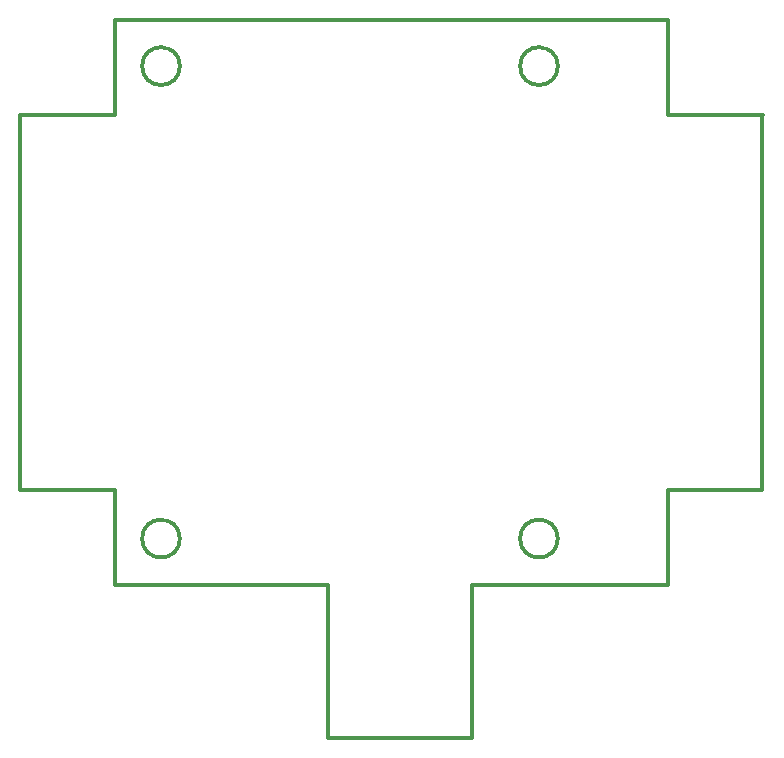
<source format=gbr>
G04 #@! TF.FileFunction,Profile,NP*
%FSLAX46Y46*%
G04 Gerber Fmt 4.6, Leading zero omitted, Abs format (unit mm)*
G04 Created by KiCad (PCBNEW 4.0.2+dfsg1-stable) date 2016年08月16日 15時24分34秒*
%MOMM*%
G01*
G04 APERTURE LIST*
%ADD10C,0.100000*%
%ADD11C,0.300000*%
%ADD12C,0.150000*%
G04 APERTURE END LIST*
D10*
D11*
X135100000Y-87100000D02*
X135100000Y-79100000D01*
X127100000Y-87100000D02*
X135100000Y-87100000D01*
X127100000Y-118900000D02*
X127100000Y-87100000D01*
X135100000Y-118900000D02*
X127100000Y-118900000D01*
X135100000Y-126900000D02*
X135100000Y-118900000D01*
X153100000Y-126900000D02*
X135100000Y-126900000D01*
X153100000Y-139900000D02*
X153100000Y-126900000D01*
X165300000Y-139900000D02*
X153100000Y-139900000D01*
X165300000Y-126900000D02*
X165300000Y-139900000D01*
X181900000Y-126900000D02*
X165300000Y-126900000D01*
X181900000Y-118900000D02*
X181900000Y-126900000D01*
X189900000Y-118900000D02*
X181900000Y-118900000D01*
X189900000Y-87100000D02*
X189900000Y-118900000D01*
X190000000Y-87100000D02*
X189900000Y-87100000D01*
X189900000Y-87100000D02*
X190000000Y-87100000D01*
X181900000Y-87100000D02*
X189900000Y-87100000D01*
X181900000Y-79100000D02*
X181900000Y-87100000D01*
X135100000Y-79100000D02*
X181900000Y-79100000D01*
X172600000Y-123000000D02*
G75*
G03X172600000Y-123000000I-1600000J0D01*
G01*
X140600000Y-123000000D02*
G75*
G03X140600000Y-123000000I-1600000J0D01*
G01*
X172600000Y-83000000D02*
G75*
G03X172600000Y-83000000I-1600000J0D01*
G01*
X140600000Y-83000000D02*
G75*
G03X140600000Y-83000000I-1600000J0D01*
G01*
D12*
X153099000Y-127000000D02*
X152972000Y-127000000D01*
X153099000Y-139954000D02*
X153099000Y-127000000D01*
X165291000Y-139954000D02*
X153099000Y-139954000D01*
X165354500Y-127000000D02*
X165418000Y-127000000D01*
X165291000Y-127000000D02*
X165354500Y-127000000D01*
X165418000Y-127000000D02*
X166180000Y-127000000D01*
X165291000Y-139954000D02*
X165291000Y-127000000D01*
X150940000Y-127000000D02*
X152972000Y-127000000D01*
M02*

</source>
